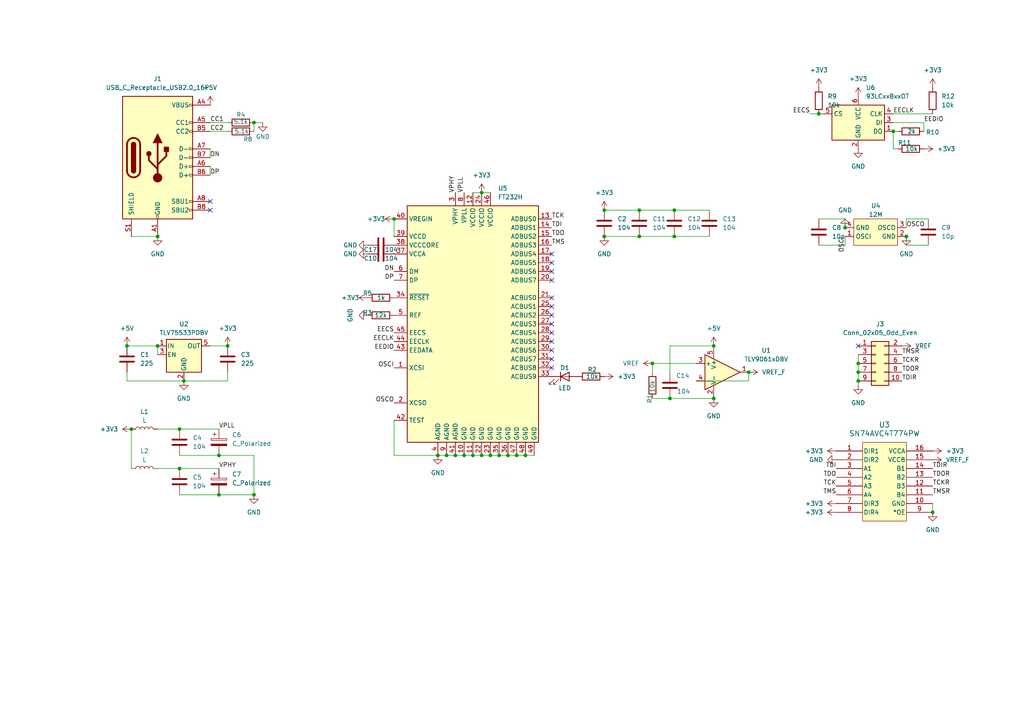
<source format=kicad_sch>
(kicad_sch (version 20231120) (generator "eeschema") (generator_version "8.0")
  (paper "A4")
  (lib_symbols
    (symbol "1st_commonly:SN74AVC4T774PW" (pin_names (offset 0.254))
      (property "Reference" "U" (at 0 18.288 0))
      (property "Value" "SN74AVC4T774PW" (at 0 15.494 0))
      (symbol "SN74AVC4T774PW_0_1"
        (pin input line (at -13.97 8.89 0) (length 7.62) (name "DIR1") (number "1"))
        (pin power_in line (at 13.97 -6.35 180) (length 7.62) (name "GND") (number "10"))
        (pin bidirectional line (at 13.97 -3.81 180) (length 7.62) (name "B4") (number "11"))
        (pin bidirectional line (at 13.97 -1.27 180) (length 7.62) (name "B3") (number "12"))
        (pin bidirectional line (at 13.97 1.27 180) (length 7.62) (name "B2") (number "13"))
        (pin bidirectional line (at 13.97 3.81 180) (length 7.62) (name "B1") (number "14"))
        (pin power_in line (at 13.97 6.35 180) (length 7.62) (name "VCCB") (number "15"))
        (pin power_in line (at 13.97 8.89 180) (length 7.62) (name "VCCA") (number "16"))
        (pin input line (at -13.97 6.35 0) (length 7.62) (name "DIR2") (number "2"))
        (pin bidirectional line (at -13.97 3.81 0) (length 7.62) (name "A1") (number "3"))
        (pin bidirectional line (at -13.97 1.27 0) (length 7.62) (name "A2") (number "4"))
        (pin bidirectional line (at -13.97 -1.27 0) (length 7.62) (name "A3") (number "5"))
        (pin bidirectional line (at -13.97 -3.81 0) (length 7.62) (name "A4") (number "6"))
        (pin input line (at -13.97 -6.35 0) (length 7.62) (name "DIR3") (number "7"))
        (pin input line (at -13.97 -8.89 0) (length 7.62) (name "DIR4") (number "8"))
        (pin input line (at 13.97 -8.89 180) (length 7.62) (name "*OE") (number "9"))
      )
      (symbol "SN74AVC4T774PW_1_1"
        (rectangle (start -6.35 11.43) (end 6.35 -11.43) (fill (type background)))
      )
    )
    (symbol "Amplifier_Operational:TLV9061xDBV" (pin_names (offset 0.127))
      (property "Reference" "U" (at -1.27 6.35 0))
      (property "Value" "TLV9061xDBV" (at -1.27 3.81 0))
      (symbol "TLV9061xDBV_0_1"
        (polyline (pts (xy -5.08 5.08) (xy 5.08 0) (xy -5.08 -5.08) (xy -5.08 5.08)) (stroke (width 0.254)) (fill (type background)))
        (pin power_in line (at -2.54 -7.62 90) (length 3.81) (name "V-") (number "2"))
        (pin power_in line (at -2.54 7.62 270) (length 3.81) (name "V+") (number "5"))
      )
      (symbol "TLV9061xDBV_1_1"
        (pin output line (at 7.62 0 180) (length 2.54) (name "~") (number "1"))
        (pin input line (at -7.62 2.54 0) (length 2.54) (name "+") (number "3"))
        (pin input line (at -7.62 -2.54 0) (length 2.54) (name "-") (number "4"))
      )
    )
    (symbol "Connector:USB_C_Receptacle_USB2.0_16P" (pin_names (offset 1.016))
      (property "Reference" "J" (at 0 22.225 0))
      (property "Value" "USB_C_Receptacle_USB2.0_16P" (at 0 19.685 0))
      (symbol "USB_C_Receptacle_USB2.0_16P_0_0"
        (rectangle (start -0.254 -17.78) (end 0.254 -16.764))
        (rectangle (start 10.16 -14.986) (end 9.144 -15.494))
        (rectangle (start 10.16 -12.446) (end 9.144 -12.954))
        (rectangle (start 10.16 -4.826) (end 9.144 -5.334))
        (rectangle (start 10.16 -2.286) (end 9.144 -2.794))
        (rectangle (start 10.16 0.254) (end 9.144 -0.254))
        (rectangle (start 10.16 2.794) (end 9.144 2.286))
        (rectangle (start 10.16 7.874) (end 9.144 7.366))
        (rectangle (start 10.16 10.414) (end 9.144 9.906))
        (rectangle (start 10.16 15.494) (end 9.144 14.986))
      )
      (symbol "USB_C_Receptacle_USB2.0_16P_0_1"
        (rectangle (start -10.16 17.78) (end 10.16 -17.78) (stroke (width 0.254)) (fill (type background)))
        (arc (start -8.89 -3.81) (mid -6.985 -5.7067) (end -5.08 -3.81) (stroke (width 0.508)))
        (arc (start -7.62 -3.81) (mid -6.985 -4.4423) (end -6.35 -3.81) (stroke (width 0.254)))
        (arc (start -7.62 -3.81) (mid -6.985 -4.4423) (end -6.35 -3.81) (stroke (width 0.254)) (fill (type outline)))
        (rectangle (start -7.62 -3.81) (end -6.35 3.81) (stroke (width 0.254)) (fill (type outline)))
        (arc (start -6.35 3.81) (mid -6.985 4.4423) (end -7.62 3.81) (stroke (width 0.254)))
        (arc (start -6.35 3.81) (mid -6.985 4.4423) (end -7.62 3.81) (stroke (width 0.254)) (fill (type outline)))
        (arc (start -5.08 3.81) (mid -6.985 5.7067) (end -8.89 3.81) (stroke (width 0.508)))
        (circle (center -2.54 1.143) (radius 0.635) (stroke (width 0.254)) (fill (type outline)))
        (circle (center 0 -5.842) (radius 1.27) (fill (type outline)))
        (polyline (pts (xy -8.89 -3.81) (xy -8.89 3.81)) (stroke (width 0.508)))
        (polyline (pts (xy -5.08 3.81) (xy -5.08 -3.81)) (stroke (width 0.508)))
        (polyline (pts (xy 0 -5.842) (xy 0 4.318)) (stroke (width 0.508)))
        (polyline (pts (xy 0 -3.302) (xy -2.54 -0.762) (xy -2.54 0.508)) (stroke (width 0.508)))
        (polyline (pts (xy 0 -2.032) (xy 2.54 0.508) (xy 2.54 1.778)) (stroke (width 0.508)))
        (polyline (pts (xy -1.27 4.318) (xy 0 6.858) (xy 1.27 4.318) (xy -1.27 4.318)) (stroke (width 0.254)) (fill (type outline)))
        (rectangle (start 1.905 1.778) (end 3.175 3.048) (stroke (width 0.254)) (fill (type outline)))
      )
      (symbol "USB_C_Receptacle_USB2.0_16P_1_1"
        (pin passive line (at 0 -22.86 90) (length 5.08) (name "GND") (number "A1"))
        (pin passive line (at 0 -22.86 90) (length 5.08) hide (name "GND") (number "A12"))
        (pin passive line (at 15.24 15.24 180) (length 5.08) (name "VBUS") (number "A4"))
        (pin bidirectional line (at 15.24 10.16 180) (length 5.08) (name "CC1") (number "A5"))
        (pin bidirectional line (at 15.24 -2.54 180) (length 5.08) (name "D+") (number "A6"))
        (pin bidirectional line (at 15.24 2.54 180) (length 5.08) (name "D-") (number "A7"))
        (pin bidirectional line (at 15.24 -12.7 180) (length 5.08) (name "SBU1") (number "A8"))
        (pin passive line (at 15.24 15.24 180) (length 5.08) hide (name "VBUS") (number "A9"))
        (pin passive line (at 0 -22.86 90) (length 5.08) hide (name "GND") (number "B1"))
        (pin passive line (at 0 -22.86 90) (length 5.08) hide (name "GND") (number "B12"))
        (pin passive line (at 15.24 15.24 180) (length 5.08) hide (name "VBUS") (number "B4"))
        (pin bidirectional line (at 15.24 7.62 180) (length 5.08) (name "CC2") (number "B5"))
        (pin bidirectional line (at 15.24 -5.08 180) (length 5.08) (name "D+") (number "B6"))
        (pin bidirectional line (at 15.24 0 180) (length 5.08) (name "D-") (number "B7"))
        (pin bidirectional line (at 15.24 -15.24 180) (length 5.08) (name "SBU2") (number "B8"))
        (pin passive line (at 15.24 15.24 180) (length 5.08) hide (name "VBUS") (number "B9"))
        (pin passive line (at -7.62 -22.86 90) (length 5.08) (name "SHIELD") (number "S1"))
      )
    )
    (symbol "Connector_Generic:Conn_02x05_Odd_Even" (pin_names (offset 1.016) hide)
      (property "Reference" "J" (at 1.27 7.62 0))
      (property "Value" "Conn_02x05_Odd_Even" (at 1.27 -7.62 0))
      (symbol "Conn_02x05_Odd_Even_1_1"
        (rectangle (start -1.27 -4.953) (end 0 -5.207) (stroke (width 0.1524)))
        (rectangle (start -1.27 -2.413) (end 0 -2.667) (stroke (width 0.1524)))
        (rectangle (start -1.27 0.127) (end 0 -0.127) (stroke (width 0.1524)))
        (rectangle (start -1.27 2.667) (end 0 2.413) (stroke (width 0.1524)))
        (rectangle (start -1.27 5.207) (end 0 4.953) (stroke (width 0.1524)))
        (rectangle (start -1.27 6.35) (end 3.81 -6.35) (stroke (width 0.254)) (fill (type background)))
        (rectangle (start 3.81 -4.953) (end 2.54 -5.207) (stroke (width 0.1524)))
        (rectangle (start 3.81 -2.413) (end 2.54 -2.667) (stroke (width 0.1524)))
        (rectangle (start 3.81 0.127) (end 2.54 -0.127) (stroke (width 0.1524)))
        (rectangle (start 3.81 2.667) (end 2.54 2.413) (stroke (width 0.1524)))
        (rectangle (start 3.81 5.207) (end 2.54 4.953) (stroke (width 0.1524)))
        (pin passive line (at -5.08 5.08 0) (length 3.81) (name "Pin_1") (number "1"))
        (pin passive line (at 7.62 -5.08 180) (length 3.81) (name "Pin_10") (number "10"))
        (pin passive line (at 7.62 5.08 180) (length 3.81) (name "Pin_2") (number "2"))
        (pin passive line (at -5.08 2.54 0) (length 3.81) (name "Pin_3") (number "3"))
        (pin passive line (at 7.62 2.54 180) (length 3.81) (name "Pin_4") (number "4"))
        (pin passive line (at -5.08 0 0) (length 3.81) (name "Pin_5") (number "5"))
        (pin passive line (at 7.62 0 180) (length 3.81) (name "Pin_6") (number "6"))
        (pin passive line (at -5.08 -2.54 0) (length 3.81) (name "Pin_7") (number "7"))
        (pin passive line (at 7.62 -2.54 180) (length 3.81) (name "Pin_8") (number "8"))
        (pin passive line (at -5.08 -5.08 0) (length 3.81) (name "Pin_9") (number "9"))
      )
    )
    (symbol "Device:C" (pin_numbers hide) (pin_names (offset 0.254))
      (property "Reference" "C" (at 0.635 2.54 0))
      (property "Value" "C" (at 0.635 -2.54 0))
      (symbol "C_0_1"
        (polyline (pts (xy -2.032 -0.762) (xy 2.032 -0.762)) (stroke (width 0.508)))
        (polyline (pts (xy -2.032 0.762) (xy 2.032 0.762)) (stroke (width 0.508)))
      )
      (symbol "C_1_1"
        (pin passive line (at 0 3.81 270) (length 2.794) (name "~") (number "1"))
        (pin passive line (at 0 -3.81 90) (length 2.794) (name "~") (number "2"))
      )
    )
    (symbol "Device:C_Polarized" (pin_numbers hide) (pin_names (offset 0.254))
      (property "Reference" "C" (at 0.635 2.54 0))
      (property "Value" "C_Polarized" (at 0.635 -2.54 0))
      (symbol "C_Polarized_0_1"
        (rectangle (start -2.286 0.508) (end 2.286 1.016))
        (polyline (pts (xy -1.778 2.286) (xy -0.762 2.286)))
        (polyline (pts (xy -1.27 2.794) (xy -1.27 1.778)))
        (rectangle (start 2.286 -0.508) (end -2.286 -1.016) (fill (type outline)))
      )
      (symbol "C_Polarized_1_1"
        (pin passive line (at 0 3.81 270) (length 2.794) (name "~") (number "1"))
        (pin passive line (at 0 -3.81 90) (length 2.794) (name "~") (number "2"))
      )
    )
    (symbol "Device:L" (pin_numbers hide) (pin_names (offset 1.016) hide)
      (property "Reference" "L" (at -1.27 0 90))
      (property "Value" "L" (at 1.905 0 90))
      (symbol "L_0_1"
        (arc (start 0 -2.54) (mid 0.6323 -1.905) (end 0 -1.27))
        (arc (start 0 -1.27) (mid 0.6323 -0.635) (end 0 0))
        (arc (start 0 0) (mid 0.6323 0.635) (end 0 1.27))
        (arc (start 0 1.27) (mid 0.6323 1.905) (end 0 2.54))
      )
      (symbol "L_1_1"
        (pin passive line (at 0 3.81 270) (length 1.27) (name "1") (number "1"))
        (pin passive line (at 0 -3.81 90) (length 1.27) (name "2") (number "2"))
      )
    )
    (symbol "Device:LED" (pin_numbers hide) (pin_names (offset 1.016) hide)
      (property "Reference" "D" (at 0 2.54 0))
      (property "Value" "LED" (at 0 -2.54 0))
      (symbol "LED_0_1"
        (polyline (pts (xy -1.27 -1.27) (xy -1.27 1.27)) (stroke (width 0.254)))
        (polyline (pts (xy -1.27 0) (xy 1.27 0)))
        (polyline (pts (xy 1.27 -1.27) (xy 1.27 1.27) (xy -1.27 0) (xy 1.27 -1.27)) (stroke (width 0.254)))
        (polyline (pts (xy -3.048 -0.762) (xy -4.572 -2.286) (xy -3.81 -2.286) (xy -4.572 -2.286) (xy -4.572 -1.524)))
        (polyline (pts (xy -1.778 -0.762) (xy -3.302 -2.286) (xy -2.54 -2.286) (xy -3.302 -2.286) (xy -3.302 -1.524)))
      )
      (symbol "LED_1_1"
        (pin passive line (at -3.81 0 0) (length 2.54) (name "K") (number "1"))
        (pin passive line (at 3.81 0 180) (length 2.54) (name "A") (number "2"))
      )
    )
    (symbol "Device:R" (pin_numbers hide) (pin_names (offset 0))
      (property "Reference" "R" (at 2.032 0 90))
      (property "Value" "R" (at 0 0 90))
      (symbol "R_0_1"
        (rectangle (start -1.016 -2.54) (end 1.016 2.54) (stroke (width 0.254)))
      )
      (symbol "R_1_1"
        (pin passive line (at 0 3.81 270) (length 1.27) (name "~") (number "1"))
        (pin passive line (at 0 -3.81 90) (length 1.27) (name "~") (number "2"))
      )
    )
    (symbol "Interface_USB:FT232H"
      (property "Reference" "U5" (at 7.2741 39.37 0))
      (property "Value" "FT232H" (at 7.2741 36.83 0))
      (symbol "FT232H_0_1"
        (rectangle (start -19.05 34.29) (end 19.05 -34.29) (stroke (width 0.254)) (fill (type background)))
      )
      (symbol "FT232H_1_1"
        (pin input line (at -22.86 -12.7 0) (length 3.81) (name "XCSI") (number "1"))
        (pin power_in line (at -2.54 -38.1 90) (length 3.81) (name "GND") (number "10"))
        (pin power_in line (at 0 -38.1 90) (length 3.81) (name "GND") (number "11"))
        (pin power_in line (at 0 38.1 270) (length 3.81) (name "VCCIO") (number "12"))
        (pin bidirectional line (at 22.86 30.48 180) (length 3.81) (name "ADBUS0") (number "13"))
        (pin bidirectional line (at 22.86 27.94 180) (length 3.81) (name "ADBUS1") (number "14"))
        (pin bidirectional line (at 22.86 25.4 180) (length 3.81) (name "ADBUS2") (number "15"))
        (pin bidirectional line (at 22.86 22.86 180) (length 3.81) (name "ADBUS3") (number "16"))
        (pin bidirectional line (at 22.86 20.32 180) (length 3.81) (name "ADBUS4") (number "17"))
        (pin bidirectional line (at 22.86 17.78 180) (length 3.81) (name "ADBUS5") (number "18"))
        (pin bidirectional line (at 22.86 15.24 180) (length 3.81) (name "ADBUS6") (number "19"))
        (pin output line (at -22.86 -22.86 0) (length 3.81) (name "XCSO") (number "2"))
        (pin bidirectional line (at 22.86 12.7 180) (length 3.81) (name "ADBUS7") (number "20"))
        (pin bidirectional line (at 22.86 7.62 180) (length 3.81) (name "ACBUS0") (number "21"))
        (pin power_in line (at 2.54 -38.1 90) (length 3.81) (name "GND") (number "22"))
        (pin power_in line (at 5.08 -38.1 90) (length 3.81) (name "GND") (number "23"))
        (pin power_in line (at 2.54 38.1 270) (length 3.81) (name "VCCIO") (number "24"))
        (pin bidirectional line (at 22.86 5.08 180) (length 3.81) (name "ACBUS1") (number "25"))
        (pin bidirectional line (at 22.86 2.54 180) (length 3.81) (name "ACBUS2") (number "26"))
        (pin bidirectional line (at 22.86 0 180) (length 3.81) (name "ACBUS3") (number "27"))
        (pin bidirectional line (at 22.86 -2.54 180) (length 3.81) (name "ACBUS4") (number "28"))
        (pin bidirectional line (at 22.86 -5.08 180) (length 3.81) (name "ACBUS5") (number "29"))
        (pin power_in line (at -5.08 38.1 270) (length 3.81) (name "VPHY") (number "3"))
        (pin bidirectional line (at 22.86 -7.62 180) (length 3.81) (name "ACBUS6") (number "30"))
        (pin bidirectional line (at 22.86 -10.16 180) (length 3.81) (name "ACBUS7") (number "31"))
        (pin bidirectional line (at 22.86 -12.7 180) (length 3.81) (name "ACBUS8") (number "32"))
        (pin bidirectional line (at 22.86 -15.24 180) (length 3.81) (name "ACBUS9") (number "33"))
        (pin input line (at -22.86 7.62 0) (length 3.81) (name "~{RESET}") (number "34"))
        (pin power_in line (at 7.62 -38.1 90) (length 3.81) (name "GND") (number "35"))
        (pin power_in line (at 10.16 -38.1 90) (length 3.81) (name "GND") (number "36"))
        (pin power_out line (at -22.86 20.32 0) (length 3.81) (name "VCCA") (number "37"))
        (pin power_out line (at -22.86 22.86 0) (length 3.81) (name "VCCCORE") (number "38"))
        (pin power_in line (at -22.86 25.4 0) (length 3.81) (name "VCCD") (number "39"))
        (pin power_in line (at -10.16 -38.1 90) (length 3.81) (name "AGND") (number "4"))
        (pin power_in line (at -22.86 30.48 0) (length 3.81) (name "VREGIN") (number "40"))
        (pin power_in line (at -5.08 -38.1 90) (length 3.81) (name "AGND") (number "41"))
        (pin input line (at -22.86 -27.94 0) (length 3.81) (name "TEST") (number "42"))
        (pin bidirectional line (at -22.86 -7.62 0) (length 3.81) (name "EEDATA") (number "43"))
        (pin input line (at -22.86 -5.08 0) (length 3.81) (name "EECLK") (number "44"))
        (pin input line (at -22.86 -2.54 0) (length 3.81) (name "EECS") (number "45"))
        (pin power_in line (at 5.08 38.1 270) (length 3.81) (name "VCCIO") (number "46"))
        (pin power_in line (at 12.7 -38.1 90) (length 3.81) (name "GND") (number "47"))
        (pin power_in line (at 15.24 -38.1 90) (length 3.81) (name "GND") (number "48"))
        (pin power_in line (at 17.78 -38.1 90) (length 3.81) (name "GND") (number "49"))
        (pin input line (at -22.86 2.54 0) (length 3.81) (name "REF") (number "5"))
        (pin bidirectional line (at -22.86 15.24 0) (length 3.81) (name "DM") (number "6"))
        (pin bidirectional line (at -22.86 12.7 0) (length 3.81) (name "DP") (number "7"))
        (pin power_in line (at -2.54 38.1 270) (length 3.81) (name "VPLL") (number "8"))
        (pin power_in line (at -7.62 -38.1 90) (length 3.81) (name "AGND") (number "9"))
      )
    )
    (symbol "Memory_EEPROM:93LCxxBxxOT"
      (property "Reference" "U" (at -6.35 6.35 0))
      (property "Value" "93LCxxBxxOT" (at 7.62 -6.35 0))
      (symbol "93LCxxBxxOT_0_1"
        (rectangle (start -7.62 5.08) (end 7.62 -5.08) (stroke (width 0.254)) (fill (type background)))
      )
      (symbol "93LCxxBxxOT_1_1"
        (pin tri_state line (at 10.16 -2.54 180) (length 2.54) (name "DO") (number "1"))
        (pin power_in line (at 0 -7.62 90) (length 2.54) (name "GND") (number "2"))
        (pin input line (at 10.16 0 180) (length 2.54) (name "DI") (number "3"))
        (pin input line (at 10.16 2.54 180) (length 2.54) (name "CLK") (number "4"))
        (pin input line (at -10.16 2.54 0) (length 2.54) (name "CS") (number "5"))
        (pin power_in line (at 0 7.62 270) (length 2.54) (name "VCC") (number "6"))
      )
    )
    (symbol "Regulator_Linear:TLV75533PDBV" (pin_names (offset 0.254))
      (property "Reference" "U" (at -3.81 5.715 0))
      (property "Value" "TLV75533PDBV" (at 0 5.715 0))
      (symbol "TLV75533PDBV_0_1"
        (rectangle (start -5.08 4.445) (end 5.08 -5.08) (stroke (width 0.254)) (fill (type background)))
      )
      (symbol "TLV75533PDBV_1_1"
        (pin power_in line (at -7.62 2.54 0) (length 2.54) (name "IN") (number "1"))
        (pin power_in line (at 0 -7.62 90) (length 2.54) (name "GND") (number "2"))
        (pin input line (at -7.62 0 0) (length 2.54) (name "EN") (number "3"))
        (pin no_connect line (at 5.08 0 180) (length 2.54) hide (name "NC") (number "4"))
        (pin power_out line (at 7.62 2.54 180) (length 2.54) (name "OUT") (number "5"))
      )
    )
    (symbol "power:+3V3" (power) (pin_numbers hide) (pin_names (offset 0) hide)
      (property "Value" "+3V3" (at 0 3.556 0))
      (symbol "+3V3_0_1"
        (polyline (pts (xy -0.762 1.27) (xy 0 2.54)))
        (polyline (pts (xy 0 0) (xy 0 2.54)))
        (polyline (pts (xy 0 2.54) (xy 0.762 1.27)))
      )
      (symbol "+3V3_1_1"
        (pin power_in line (at 0 0 90) (length 0) (name "~") (number "1"))
      )
    )
    (symbol "power:+5V" (power) (pin_numbers hide) (pin_names (offset 0) hide)
      (property "Value" "+5V" (at 0 3.556 0))
      (symbol "+5V_0_1"
        (polyline (pts (xy -0.762 1.27) (xy 0 2.54)))
        (polyline (pts (xy 0 0) (xy 0 2.54)))
        (polyline (pts (xy 0 2.54) (xy 0.762 1.27)))
      )
      (symbol "+5V_1_1"
        (pin power_in line (at 0 0 90) (length 0) (name "~") (number "1"))
      )
    )
    (symbol "power:GND" (power) (pin_numbers hide) (pin_names (offset 0) hide)
      (property "Value" "GND" (at 0 -3.81 0))
      (symbol "GND_0_1"
        (polyline (pts (xy 0 0) (xy 0 -1.27) (xy 1.27 -1.27) (xy 0 -2.54) (xy -1.27 -1.27) (xy 0 -1.27)))
      )
      (symbol "GND_1_1"
        (pin power_in line (at 0 0 270) (length 0) (name "~") (number "1"))
      )
    )
    (symbol "power:VCC" (power) (pin_numbers hide) (pin_names (offset 0) hide)
      (property "Value" "VCC" (at 0 3.556 0))
      (symbol "VCC_0_1"
        (polyline (pts (xy -0.762 1.27) (xy 0 2.54)))
        (polyline (pts (xy 0 0) (xy 0 2.54)))
        (polyline (pts (xy 0 2.54) (xy 0.762 1.27)))
      )
      (symbol "VCC_1_1"
        (pin power_in line (at 0 0 90) (length 0) (name "~") (number "1"))
      )
    )
    (symbol "self:OSC"
      (property "Reference" "U" (at 0 5.334 0))
      (symbol "OSC_1_1"
        (polyline (pts (xy -6.35 3.81) (xy -6.35 -3.81) (xy 6.35 -3.81) (xy 6.35 3.81) (xy -6.35 3.81)) (fill (type background)))
        (pin input line (at -8.89 -1.27 0) (length 2.54) (name "OSCI") (number "1"))
        (pin input line (at 8.89 -1.27 180) (length 2.54) (name "GND") (number "2"))
        (pin input line (at 8.89 1.27 180) (length 2.54) (name "OSCO") (number "3"))
        (pin input line (at -8.89 1.27 0) (length 2.54) (name "GND") (number "4"))
      )
    )
  )
  (junction (at 185.42 60.96))
  (junction (at 73.66 35.56))
  (junction (at 52.07 124.46))
  (junction (at 139.7 132.08))
  (junction (at 144.78 132.08))
  (junction (at 36.83 100.33))
  (junction (at 38.1 124.46))
  (junction (at 248.92 105.41))
  (junction (at 134.62 132.08))
  (junction (at 237.49 33.02))
  (junction (at 147.32 132.08))
  (junction (at 175.26 60.96))
  (junction (at 259.08 38.1))
  (junction (at 152.4 132.08))
  (junction (at 139.7 55.88))
  (junction (at 63.5 132.08))
  (junction (at 45.72 68.58))
  (junction (at 207.01 115.57))
  (junction (at 142.24 132.08))
  (junction (at 185.42 68.58))
  (junction (at 52.07 135.89))
  (junction (at 189.23 105.41))
  (junction (at 248.92 107.95))
  (junction (at 262.89 68.58))
  (junction (at 248.92 110.49))
  (junction (at 175.26 68.58))
  (junction (at 137.16 132.08))
  (junction (at 245.11 66.04))
  (junction (at 66.04 100.33))
  (junction (at 217.17 107.95))
  (junction (at 207.01 100.33))
  (junction (at 132.08 132.08))
  (junction (at 270.51 148.59))
  (junction (at 45.72 100.33))
  (junction (at 114.3 63.5))
  (junction (at 53.34 110.49))
  (junction (at 195.58 60.96))
  (junction (at 73.66 143.51))
  (junction (at 63.5 143.51))
  (junction (at 195.58 68.58))
  (junction (at 149.86 132.08))
  (junction (at 194.31 115.57))
  (junction (at 129.54 132.08))
  (junction (at 127 132.08))
  (no_connect (at 60.96 58.42))
  (no_connect (at 160.02 104.14))
  (no_connect (at 160.02 76.2))
  (no_connect (at 248.92 100.33))
  (no_connect (at 160.02 81.28))
  (no_connect (at 160.02 73.66))
  (no_connect (at 160.02 106.68))
  (no_connect (at 160.02 91.44))
  (no_connect (at 160.02 88.9))
  (no_connect (at 160.02 78.74))
  (no_connect (at 160.02 96.52))
  (no_connect (at 160.02 101.6))
  (no_connect (at 160.02 93.98))
  (no_connect (at 60.96 60.96))
  (no_connect (at 160.02 86.36))
  (no_connect (at 160.02 99.06))
  (wire (pts (xy 63.5 132.08) (xy 73.66 132.08)))
  (wire (pts (xy 127 132.08) (xy 129.54 132.08)))
  (wire (pts (xy 73.66 35.56) (xy 73.66 38.1)))
  (wire (pts (xy 260.35 38.1) (xy 259.08 38.1)))
  (wire (pts (xy 73.66 132.08) (xy 73.66 143.51)))
  (wire (pts (xy 132.08 132.08) (xy 134.62 132.08)))
  (wire (pts (xy 38.1 124.46) (xy 38.1 135.89)))
  (wire (pts (xy 237.49 33.02) (xy 238.76 33.02)))
  (wire (pts (xy 270.51 146.05) (xy 270.51 148.59)))
  (wire (pts (xy 248.92 107.95) (xy 248.92 110.49)))
  (wire (pts (xy 201.93 110.49) (xy 217.17 110.49)))
  (wire (pts (xy 152.4 132.08) (xy 154.94 132.08)))
  (wire (pts (xy 60.96 38.1) (xy 66.04 38.1)))
  (wire (pts (xy 248.92 102.87) (xy 248.92 105.41)))
  (wire (pts (xy 248.92 105.41) (xy 248.92 107.95)))
  (wire (pts (xy 66.04 107.95) (xy 66.04 110.49)))
  (wire (pts (xy 245.11 63.5) (xy 245.11 66.04)))
  (wire (pts (xy 114.3 121.92) (xy 114.3 132.08)))
  (wire (pts (xy 267.97 35.56) (xy 267.97 38.1)))
  (wire (pts (xy 139.7 132.08) (xy 142.24 132.08)))
  (wire (pts (xy 129.54 132.08) (xy 132.08 132.08)))
  (wire (pts (xy 195.58 60.96) (xy 205.74 60.96)))
  (wire (pts (xy 63.5 143.51) (xy 73.66 143.51)))
  (wire (pts (xy 144.78 132.08) (xy 147.32 132.08)))
  (wire (pts (xy 262.89 71.12) (xy 262.89 68.58)))
  (wire (pts (xy 259.08 35.56) (xy 267.97 35.56)))
  (wire (pts (xy 189.23 107.95) (xy 189.23 105.41)))
  (wire (pts (xy 52.07 124.46) (xy 63.5 124.46)))
  (wire (pts (xy 194.31 100.33) (xy 207.01 100.33)))
  (wire (pts (xy 36.83 110.49) (xy 53.34 110.49)))
  (wire (pts (xy 60.96 45.72) (xy 60.96 43.18)))
  (wire (pts (xy 139.7 55.88) (xy 142.24 55.88)))
  (wire (pts (xy 45.72 124.46) (xy 52.07 124.46)))
  (wire (pts (xy 52.07 143.51) (xy 63.5 143.51)))
  (wire (pts (xy 194.31 115.57) (xy 207.01 115.57)))
  (wire (pts (xy 52.07 132.08) (xy 63.5 132.08)))
  (wire (pts (xy 248.92 110.49) (xy 248.92 111.76)))
  (wire (pts (xy 147.32 132.08) (xy 149.86 132.08)))
  (wire (pts (xy 185.42 60.96) (xy 195.58 60.96)))
  (wire (pts (xy 175.26 68.58) (xy 185.42 68.58)))
  (wire (pts (xy 269.24 63.5) (xy 262.89 63.5)))
  (wire (pts (xy 134.62 132.08) (xy 137.16 132.08)))
  (wire (pts (xy 66.04 110.49) (xy 53.34 110.49)))
  (wire (pts (xy 195.58 68.58) (xy 205.74 68.58)))
  (wire (pts (xy 45.72 100.33) (xy 45.72 102.87)))
  (wire (pts (xy 149.86 132.08) (xy 152.4 132.08)))
  (wire (pts (xy 237.49 71.12) (xy 245.11 71.12)))
  (wire (pts (xy 60.96 48.26) (xy 60.96 50.8)))
  (wire (pts (xy 114.3 63.5) (xy 114.3 68.58)))
  (wire (pts (xy 189.23 115.57) (xy 194.31 115.57)))
  (wire (pts (xy 142.24 132.08) (xy 144.78 132.08)))
  (wire (pts (xy 36.83 107.95) (xy 36.83 110.49)))
  (wire (pts (xy 137.16 132.08) (xy 139.7 132.08)))
  (wire (pts (xy 52.07 135.89) (xy 63.5 135.89)))
  (wire (pts (xy 73.66 35.56) (xy 76.2 35.56)))
  (wire (pts (xy 185.42 60.96) (xy 175.26 60.96)))
  (wire (pts (xy 38.1 68.58) (xy 45.72 68.58)))
  (wire (pts (xy 45.72 135.89) (xy 52.07 135.89)))
  (wire (pts (xy 114.3 132.08) (xy 127 132.08)))
  (wire (pts (xy 262.89 63.5) (xy 262.89 66.04)))
  (wire (pts (xy 137.16 55.88) (xy 139.7 55.88)))
  (wire (pts (xy 245.11 71.12) (xy 245.11 68.58)))
  (wire (pts (xy 269.24 71.12) (xy 262.89 71.12)))
  (wire (pts (xy 237.49 63.5) (xy 245.11 63.5)))
  (wire (pts (xy 194.31 107.95) (xy 194.31 100.33)))
  (wire (pts (xy 217.17 110.49) (xy 217.17 107.95)))
  (wire (pts (xy 189.23 105.41) (xy 201.93 105.41)))
  (wire (pts (xy 259.08 43.18) (xy 260.35 43.18)))
  (wire (pts (xy 259.08 38.1) (xy 259.08 43.18)))
  (wire (pts (xy 60.96 35.56) (xy 66.04 35.56)))
  (wire (pts (xy 185.42 68.58) (xy 195.58 68.58)))
  (wire (pts (xy 36.83 100.33) (xy 45.72 100.33)))
  (wire (pts (xy 234.95 33.02) (xy 237.49 33.02)))
  (wire (pts (xy 259.08 33.02) (xy 270.51 33.02)))
  (wire (pts (xy 60.96 100.33) (xy 66.04 100.33)))
  (label "TDIR" (at 261.62 110.49 0))
  (label "VPLL" (at 63.5 124.46 0))
  (label "DP" (at 60.96 50.8 0))
  (label "EECLK" (at 114.3 99.06 180))
  (label "EECS" (at 114.3 96.52 180))
  (label "TCK" (at 160.02 63.5 0))
  (label "VPHY" (at 63.5 135.89 0))
  (label "TDO" (at 242.57 138.43 180))
  (label "OSCO" (at 114.3 116.84 180))
  (label "TMSR" (at 270.51 143.51 0))
  (label "TDO" (at 160.02 68.58 0))
  (label "TDI" (at 242.57 135.89 180))
  (label "OSCI" (at 245.11 68.58 270))
  (label "TDOR" (at 270.51 138.43 0))
  (label "TDIR" (at 270.51 135.89 0))
  (label "TCKR" (at 270.51 140.97 0))
  (label "VPLL" (at 134.62 55.88 90))
  (label "TCKR" (at 261.62 105.41 0))
  (label "CC1" (at 60.96 35.56 0))
  (label "TMSR" (at 261.62 102.87 0))
  (label "EEDIO" (at 267.97 35.56 0))
  (label "OSCO" (at 262.89 66.04 0))
  (label "DP" (at 114.3 81.28 180))
  (label "TDI" (at 160.02 66.04 0))
  (label "DN" (at 114.3 78.74 180))
  (label "EECS" (at 234.95 33.02 180))
  (label "TCK" (at 242.57 140.97 180))
  (label "EECLK" (at 259.08 33.02 0))
  (label "DN" (at 60.96 45.72 0))
  (label "TMS" (at 160.02 71.12 0))
  (label "TDOR" (at 261.62 107.95 0))
  (label "CC2" (at 60.96 38.1 0))
  (label "EEDIO" (at 114.3 101.6 180))
  (label "TMS" (at 242.57 143.51 180))
  (label "OSCI" (at 114.3 106.68 180))
  (label "VPHY" (at 132.08 55.88 90))
  (symbol (lib_id "Device:L") (at 41.91 124.46 90) (unit 1)
    (property "Reference" "L1" (at 41.91 119.38 90))
    (property "Value" "L" (at 41.91 121.92 90))
    (property "Footprint" "Inductor_SMD:L_0603_1608Metric" (effects (hide yes)))
    (property "Description" "Inductor" (effects (hide yes)))
  )
  (symbol (lib_id "power:GND") (at 270.51 148.59 0) (unit 1)
    (property "Reference" "#PWR039" (effects (hide yes)))
    (property "Value" "GND" (at 270.51 153.67 0))
    (property "Description" "Power symbol creates a global label with name \"GND\" , ground" (effects (hide yes)))
  )
  (symbol (lib_id "Device:L") (at 41.91 135.89 90) (unit 1)
    (property "Reference" "L2" (at 41.91 130.81 90))
    (property "Value" "L" (at 41.91 133.35 90))
    (property "Footprint" "Inductor_SMD:L_0603_1608Metric" (effects (hide yes)))
    (property "Description" "Inductor" (effects (hide yes)))
  )
  (symbol (lib_id "Device:C_Polarized") (at 63.5 139.7 0) (unit 1)
    (property "Reference" "C7" (at 67.31 137.5409 0) (effects (justify left)))
    (property "Value" "C_Polarized" (at 67.31 140.0809 0) (effects (justify left)))
    (property "Footprint" "Capacitor_SMD:C_0603_1608Metric" (effects (hide yes)))
    (property "Description" "Polarized capacitor" (effects (hide yes)))
  )
  (symbol (lib_id "Device:C") (at 269.24 67.31 180) (unit 1)
    (property "Reference" "C9" (at 273.05 66.0399 0) (effects (justify right)))
    (property "Value" "10p" (at 273.05 68.5799 0) (effects (justify right)))
    (property "Footprint" "Capacitor_SMD:C_0402_1005Metric" (effects (hide yes)))
    (property "Description" "Unpolarized capacitor" (effects (hide yes)))
  )
  (symbol (lib_id "power:GND") (at 45.72 68.58 0) (unit 1)
    (property "Reference" "#PWR03" (effects (hide yes)))
    (property "Value" "GND" (at 45.72 73.66 0))
    (property "Description" "Power symbol creates a global label with name \"GND\" , ground" (effects (hide yes)))
  )
  (symbol (lib_id "Regulator_Linear:TLV75533PDBV") (at 53.34 102.87 0) (unit 1)
    (property "Reference" "U2" (at 53.34 93.98 0))
    (property "Value" "TLV75533PDBV" (at 53.34 96.52 0))
    (property "Footprint" "Package_TO_SOT_SMD:SOT-23-5" (effects (hide yes)))
    (property "Datasheet" "http://www.ti.com/lit/ds/symlink/tlv755p.pdf" (effects (hide yes)))
    (property "Description" "500mA Low Dropout Voltage Regulator, Fixed Output 3.3V, SOT-23-5" (effects (hide yes)))
  )
  (symbol (lib_id "power:+3V3") (at 242.57 146.05 90) (unit 1)
    (property "Reference" "#PWR036" (effects (hide yes)))
    (property "Value" "+3V3" (at 238.76 146.0499 90) (effects (justify left)))
    (property "Description" "Power symbol creates a global label with name \"+3V3\"" (effects (hide yes)))
  )
  (symbol (lib_id "Device:R") (at 110.49 91.44 270) (unit 1)
    (property "Reference" "R3" (at 107.95 90.678 90) (effects (justify right)))
    (property "Value" "12k" (at 112.268 91.44 90) (effects (justify right)))
    (property "Footprint" "Resistor_SMD:R_0402_1005Metric" (effects (hide yes)))
    (property "Description" "Resistor" (effects (hide yes)))
  )
  (symbol (lib_id "Device:R") (at 171.45 109.22 90) (unit 1)
    (property "Reference" "R2" (at 170.434 107.188 90) (effects (justify right)))
    (property "Value" "10k" (at 169.926 109.22 90) (effects (justify right)))
    (property "Footprint" "Resistor_SMD:R_0402_1005Metric" (effects (hide yes)))
    (property "Description" "Resistor" (effects (hide yes)))
  )
  (symbol (lib_id "power:VCC") (at 270.51 133.35 270) (unit 1)
    (property "Reference" "#PWR026" (effects (hide yes)))
    (property "Value" "VREF_F" (at 274.32 133.3499 90) (effects (justify left)))
    (property "Description" "Power symbol creates a global label with name \"VCC\"" (effects (hide yes)))
  )
  (symbol (lib_id "Device:C_Polarized") (at 63.5 128.27 0) (unit 1)
    (property "Reference" "C6" (at 67.31 126.1109 0) (effects (justify left)))
    (property "Value" "C_Polarized" (at 67.31 128.6509 0) (effects (justify left)))
    (property "Footprint" "Capacitor_SMD:C_0603_1608Metric" (effects (hide yes)))
    (property "Description" "Polarized capacitor" (effects (hide yes)))
  )
  (symbol (lib_id "power:+3V3") (at 242.57 148.59 90) (unit 1)
    (property "Reference" "#PWR037" (effects (hide yes)))
    (property "Value" "+3V3" (at 238.76 148.5899 90) (effects (justify left)))
    (property "Description" "Power symbol creates a global label with name \"+3V3\"" (effects (hide yes)))
  )
  (symbol (lib_id "power:+3V3") (at 38.1 124.46 90) (unit 1)
    (property "Reference" "#PWR07" (effects (hide yes)))
    (property "Value" "+3V3" (at 34.29 124.4599 90) (effects (justify left)))
    (property "Description" "Power symbol creates a global label with name \"+3V3\"" (effects (hide yes)))
  )
  (symbol (lib_id "Device:C") (at 52.07 139.7 0) (unit 1)
    (property "Reference" "C5" (at 55.88 138.4299 0) (effects (justify left)))
    (property "Value" "104" (at 55.88 140.9699 0) (effects (justify left)))
    (property "Footprint" "Capacitor_SMD:C_0402_1005Metric" (effects (hide yes)))
    (property "Description" "Unpolarized capacitor" (effects (hide yes)))
  )
  (symbol (lib_id "power:GND") (at 245.11 66.04 180) (unit 1)
    (property "Reference" "#PWR023" (effects (hide yes)))
    (property "Value" "GND" (at 245.11 60.96 0))
    (property "Description" "Power symbol creates a global label with name \"GND\" , ground" (effects (hide yes)))
  )
  (symbol (lib_id "power:+3V3") (at 106.68 86.36 90) (unit 1)
    (property "Reference" "#PWR040" (effects (hide yes)))
    (property "Value" "+3V3" (at 101.6 86.36 90))
    (property "Description" "Power symbol creates a global label with name \"+3V3\"" (effects (hide yes)))
  )
  (symbol (lib_id "power:+3V3") (at 175.26 60.96 0) (unit 1)
    (property "Reference" "#PWR028" (effects (hide yes)))
    (property "Value" "+3V3" (at 175.26 55.88 0))
    (property "Description" "Power symbol creates a global label with name \"+3V3\"" (effects (hide yes)))
  )
  (symbol (lib_id "Device:C") (at 110.49 73.66 90) (unit 1)
    (property "Reference" "C10" (at 107.442 74.93 90))
    (property "Value" "104" (at 113.538 74.93 90))
    (property "Footprint" "Capacitor_SMD:C_0402_1005Metric" (effects (hide yes)))
    (property "Description" "Unpolarized capacitor" (effects (hide yes)))
  )
  (symbol (lib_id "power:VCC") (at 261.62 100.33 270) (unit 1)
    (property "Reference" "#PWR025" (effects (hide yes)))
    (property "Value" "VREF" (at 265.43 100.3299 90) (effects (justify left)))
    (property "Description" "Power symbol creates a global label with name \"VCC\"" (effects (hide yes)))
  )
  (symbol (lib_id "power:GND") (at 53.34 110.49 0) (unit 1)
    (property "Reference" "#PWR06" (effects (hide yes)))
    (property "Value" "GND" (at 53.34 115.57 0))
    (property "Description" "Power symbol creates a global label with name \"GND\" , ground" (effects (hide yes)))
  )
  (symbol (lib_id "Amplifier_Operational:TLV9061xDBV") (at 209.55 107.95 0) (unit 1)
    (property "Reference" "U1" (at 222.25 101.6314 0))
    (property "Value" "TLV9061xDBV" (at 222.25 104.1714 0))
    (property "Footprint" "Package_TO_SOT_SMD:SOT-23-5" (effects (hide yes)))
    (property "Datasheet" "https://www.ti.com/lit/ds/symlink/tlv9061.pdf" (effects (hide yes)))
    (property "Description" "10-MHz, RRIO, CMOS Operational Amplifiers for Cost-Sensitive Systems, SOT-23-5" (effects (hide yes)))
  )
  (symbol (lib_id "Device:R") (at 69.85 35.56 90) (unit 1)
    (property "Reference" "R4" (at 69.85 33.274 90))
    (property "Value" "5.1k" (at 69.85 35.306 90))
    (property "Footprint" "Resistor_SMD:R_0402_1005Metric" (effects (hide yes)))
    (property "Description" "Resistor" (effects (hide yes)))
  )
  (symbol (lib_id "Device:C") (at 195.58 64.77 0) (unit 1)
    (property "Reference" "C12" (at 199.39 63.4999 0) (effects (justify left)))
    (property "Value" "104" (at 199.39 66.0399 0) (effects (justify left)))
    (property "Footprint" "Capacitor_SMD:C_0402_1005Metric" (effects (hide yes)))
    (property "Description" "Unpolarized capacitor" (effects (hide yes)))
  )
  (symbol (lib_id "power:GND") (at 73.66 143.51 0) (unit 1)
    (property "Reference" "#PWR05" (effects (hide yes)))
    (property "Value" "GND" (at 73.66 148.59 0))
    (property "Description" "Power symbol creates a global label with name \"GND\" , ground" (effects (hide yes)))
  )
  (symbol (lib_id "power:+3V3") (at 139.7 55.88 0) (unit 1)
    (property "Reference" "#PWR041" (effects (hide yes)))
    (property "Value" "+3V3" (at 139.7 50.8 0))
    (property "Description" "Power symbol creates a global label with name \"+3V3\"" (effects (hide yes)))
  )
  (symbol (lib_id "Device:C") (at 110.49 71.12 90) (unit 1)
    (property "Reference" "C17" (at 107.442 72.39 90))
    (property "Value" "104" (at 113.538 72.39 90))
    (property "Footprint" "Capacitor_SMD:C_0402_1005Metric" (effects (hide yes)))
    (property "Description" "Unpolarized capacitor" (effects (hide yes)))
  )
  (symbol (lib_id "Device:C") (at 52.07 128.27 0) (unit 1)
    (property "Reference" "C4" (at 55.88 126.9999 0) (effects (justify left)))
    (property "Value" "104" (at 55.88 129.5399 0) (effects (justify left)))
    (property "Footprint" "Capacitor_SMD:C_0402_1005Metric" (effects (hide yes)))
    (property "Description" "Unpolarized capacitor" (effects (hide yes)))
  )
  (symbol (lib_id "power:GND") (at 242.57 133.35 270) (unit 1)
    (property "Reference" "#PWR027" (effects (hide yes)))
    (property "Value" "GND" (at 238.76 133.3499 90) (effects (justify right)))
    (property "Description" "Power symbol creates a global label with name \"GND\" , ground" (effects (hide yes)))
  )
  (symbol (lib_id "Device:R") (at 110.49 86.36 90) (unit 1)
    (property "Reference" "R5" (at 107.95 85.09 90) (effects (justify left)))
    (property "Value" "1k" (at 111.76 86.36 90) (effects (justify left)))
    (property "Footprint" "Resistor_SMD:R_0402_1005Metric" (effects (hide yes)))
    (property "Description" "Resistor" (effects (hide yes)))
  )
  (symbol (lib_id "power:GND") (at 248.92 43.18 0) (unit 1)
    (property "Reference" "#PWR015" (effects (hide yes)))
    (property "Value" "GND" (at 248.92 48.26 0))
    (property "Description" "Power symbol creates a global label with name \"GND\" , ground" (effects (hide yes)))
  )
  (symbol (lib_id "Device:R") (at 270.51 29.21 180) (unit 1)
    (property "Reference" "R12" (at 273.05 27.9399 0) (effects (justify right)))
    (property "Value" "10k" (at 273.05 30.4799 0) (effects (justify right)))
    (property "Footprint" "Resistor_SMD:R_0402_1005Metric" (effects (hide yes)))
    (property "Description" "Resistor" (effects (hide yes)))
  )
  (symbol (lib_id "power:GND") (at 127 132.08 0) (unit 1)
    (property "Reference" "#PWR042" (effects (hide yes)))
    (property "Value" "GND" (at 127 137.16 0))
    (property "Description" "Power symbol creates a global label with name \"GND\" , ground" (effects (hide yes)))
  )
  (symbol (lib_id "Device:R") (at 189.23 111.76 0) (unit 1)
    (property "Reference" "R1" (at 188.468 114.3 90) (effects (justify right)))
    (property "Value" "10k" (at 189.23 110.236 90) (effects (justify right)))
    (property "Footprint" "Resistor_SMD:R_0402_1005Metric" (effects (hide yes)))
    (property "Description" "Resistor" (effects (hide yes)))
  )
  (symbol (lib_id "power:+3V3") (at 242.57 130.81 90) (unit 1)
    (property "Reference" "#PWR035" (effects (hide yes)))
    (property "Value" "+3V3" (at 238.76 130.8099 90) (effects (justify left)))
    (property "Description" "Power symbol creates a global label with name \"+3V3\"" (effects (hide yes)))
  )
  (symbol (lib_id "Memory_EEPROM:93LCxxBxxOT") (at 248.92 35.56 0) (unit 1)
    (property "Reference" "U6" (at 251.1141 25.4 0) (effects (justify left)))
    (property "Value" "93LCxxBxxOT" (at 251.1141 27.94 0) (effects (justify left)))
    (property "Footprint" "Package_TO_SOT_SMD:SOT-23-6" (effects (hide yes)))
    (property "Datasheet" "http://ww1.microchip.com/downloads/en/DeviceDoc/20001749K.pdf" (effects (hide yes)))
    (property "Description" "Serial EEPROM, 93 Series, 2.5V, SOT-23-6" (effects (hide yes)))
  )
  (symbol (lib_id "Device:C") (at 66.04 104.14 0) (unit 1)
    (property "Reference" "C3" (at 69.85 102.8699 0) (effects (justify left)))
    (property "Value" "225" (at 69.85 105.4099 0) (effects (justify left)))
    (property "Footprint" "Capacitor_SMD:C_0402_1005Metric" (effects (hide yes)))
    (property "Description" "Unpolarized capacitor" (effects (hide yes)))
  )
  (symbol (lib_id "Device:C") (at 194.31 111.76 0) (unit 1)
    (property "Reference" "C14" (at 196.088 108.966 0) (effects (justify left)))
    (property "Value" "104" (at 196.342 113.538 0) (effects (justify left)))
    (property "Footprint" "Capacitor_SMD:C_0402_1005Metric" (effects (hide yes)))
    (property "Description" "Unpolarized capacitor" (effects (hide yes)))
  )
  (symbol (lib_id "power:+3V3") (at 114.3 63.5 90) (unit 1)
    (property "Reference" "#PWR043" (effects (hide yes)))
    (property "Value" "+3V3" (at 111.76 63.4999 90) (effects (justify left)))
    (property "Description" "Power symbol creates a global label with name \"+3V3\"" (effects (hide yes)))
  )
  (symbol (lib_id "power:GND") (at 106.68 91.44 270) (unit 1)
    (property "Reference" "#PWR01" (effects (hide yes)))
    (property "Value" "GND" (at 101.6 91.44 0))
    (property "Description" "Power symbol creates a global label with name \"GND\" , ground" (effects (hide yes)))
  )
  (symbol (lib_id "power:+3V3") (at 248.92 27.94 0) (unit 1)
    (property "Reference" "#PWR014" (effects (hide yes)))
    (property "Value" "+3V3" (at 248.92 22.86 0))
    (property "Description" "Power symbol creates a global label with name \"+3V3\"" (effects (hide yes)))
  )
  (symbol (lib_id "power:GND") (at 207.01 115.57 0) (unit 1)
    (property "Reference" "#PWR016" (effects (hide yes)))
    (property "Value" "GND" (at 207.01 120.65 0))
    (property "Description" "Power symbol creates a global label with name \"GND\" , ground" (effects (hide yes)))
  )
  (symbol (lib_id "power:+3V3") (at 66.04 100.33 0) (unit 1)
    (property "Reference" "#PWR09" (effects (hide yes)))
    (property "Value" "+3V3" (at 66.04 95.25 0))
    (property "Description" "Power symbol creates a global label with name \"+3V3\"" (effects (hide yes)))
  )
  (symbol (lib_id "power:GND") (at 106.68 73.66 270) (unit 1)
    (property "Reference" "#PWR044" (effects (hide yes)))
    (property "Value" "GND" (at 101.6 73.66 90))
    (property "Description" "Power symbol creates a global label with name \"GND\" , ground" (effects (hide yes)))
  )
  (symbol (lib_id "power:GND") (at 106.68 71.12 270) (unit 1)
    (property "Reference" "#PWR045" (effects (hide yes)))
    (property "Value" "GND" (at 101.6 71.12 90))
    (property "Description" "Power symbol creates a global label with name \"GND\" , ground" (effects (hide yes)))
  )
  (symbol (lib_id "power:VCC") (at 217.17 107.95 270) (unit 1)
    (property "Reference" "#PWR017" (effects (hide yes)))
    (property "Value" "VREF_F" (at 220.98 107.9499 90) (effects (justify left)))
    (property "Description" "Power symbol creates a global label with name \"VCC\"" (effects (hide yes)))
  )
  (symbol (lib_id "power:VCC") (at 189.23 105.41 90) (unit 1)
    (property "Reference" "#PWR010" (effects (hide yes)))
    (property "Value" "VREF" (at 185.42 105.4099 90) (effects (justify left)))
    (property "Description" "Power symbol creates a global label with name \"VCC\"" (effects (hide yes)))
  )
  (symbol (lib_id "Device:LED") (at 163.83 109.22 0) (unit 1)
    (property "Reference" "D1" (at 163.83 106.68 0))
    (property "Value" "LED" (at 163.83 112.522 0))
    (property "Footprint" "LED_SMD:LED_0402_1005Metric" (effects (hide yes)))
    (property "Description" "Light emitting diode" (effects (hide yes)))
  )
  (symbol (lib_id "Interface_USB:FT232H") (at 137.16 93.98 0) (unit 1)
    (property "Reference" "U5" (at 144.4341 54.61 0) (effects (justify left)))
    (property "Value" "FT232H" (at 144.4341 57.15 0) (effects (justify left)))
    (property "Footprint" "Package_DFN_QFN:QFN-48-1EP_8x8mm_P0.5mm_EP6.2x6.2mm" (effects (hide yes)))
    (property "Datasheet" "https://www.ftdichip.com/Support/Documents/DataSheets/ICs/DS_FT232H.pdf" (effects (hide yes)))
    (property "Description" "Hi Speed Single Channel USB UART/FIFO, LQFP/QFN-48" (effects (hide yes)))
  )
  (symbol (lib_id "Device:R") (at 264.16 38.1 90) (unit 1)
    (property "Reference" "R10" (at 270.51 38.354 90))
    (property "Value" "2k" (at 264.414 38.1 90))
    (property "Footprint" "Resistor_SMD:R_0402_1005Metric" (effects (hide yes)))
    (property "Description" "Resistor" (effects (hide yes)))
  )
  (symbol (lib_id "power:+5V") (at 60.96 30.48 0) (unit 1)
    (property "Reference" "#PWR08" (effects (hide yes)))
    (property "Value" "+5V" (at 60.96 25.4 0))
    (property "Description" "Power symbol creates a global label with name \"+5V\"" (effects (hide yes)))
  )
  (symbol (lib_id "power:+3V3") (at 270.51 25.4 0) (unit 1)
    (property "Reference" "#PWR034" (effects (hide yes)))
    (property "Value" "+3V3" (at 270.51 20.32 0))
    (property "Description" "Power symbol creates a global label with name \"+3V3\"" (effects (hide yes)))
  )
  (symbol (lib_id "power:+5V") (at 175.26 109.22 270) (unit 1)
    (property "Reference" "#PWR018" (effects (hide yes)))
    (property "Value" "+3V3" (at 179.07 109.2199 90) (effects (justify left)))
    (property "Description" "Power symbol creates a global label with name \"+5V\"" (effects (hide yes)))
  )
  (symbol (lib_id "self:OSC") (at 254 67.31 0) (unit 1)
    (property "Reference" "U4" (at 254 59.69 0))
    (property "Value" "12M" (at 254 62.23 0))
    (property "Footprint" "1st_commonly:Oscillator_SMD_13_3.2x2.5mm" (effects (hide yes)))
  )
  (symbol (lib_id "power:+5V") (at 36.83 100.33 0) (unit 1)
    (property "Reference" "#PWR04" (effects (hide yes)))
    (property "Value" "+5V" (at 36.83 95.25 0))
    (property "Description" "Power symbol creates a global label with name \"+5V\"" (effects (hide yes)))
  )
  (symbol (lib_id "power:+3V3") (at 270.51 130.81 270) (unit 1)
    (property "Reference" "#PWR038" (effects (hide yes)))
    (property "Value" "+3V3" (at 274.32 130.8099 90) (effects (justify left)))
    (property "Description" "Power symbol creates a global label with name \"+3V3\"" (effects (hide yes)))
  )
  (symbol (lib_id "1st_commonly:SN74AVC4T774PW") (at 256.54 139.7 0) (unit 1)
    (property "Reference" "U3" (at 256.54 123.19 0) (effects (font (size 1.524 1.524))))
    (property "Value" "SN74AVC4T774PW" (at 256.54 125.73 0) (effects (font (size 1.524 1.524))))
    (property "Footprint" "Package_SO:TSSOP-16_4.4x5mm_P0.65mm" (effects (hide yes)))
    (property "Datasheet" "SN74AVC4T774PW" (effects (hide yes)))
  )
  (symbol (lib_id "power:+5V") (at 207.01 100.33 0) (unit 1)
    (property "Reference" "#PWR011" (effects (hide yes)))
    (property "Value" "+5V" (at 207.01 95.25 0))
    (property "Description" "Power symbol creates a global label with name \"+5V\"" (effects (hide yes)))
  )
  (symbol (lib_id "Device:C") (at 175.26 64.77 0) (unit 1)
    (property "Reference" "C2" (at 179.07 63.4999 0) (effects (justify left)))
    (property "Value" "104" (at 179.07 66.0399 0) (effects (justify left)))
    (property "Footprint" "Capacitor_SMD:C_0402_1005Metric" (effects (hide yes)))
    (property "Description" "Unpolarized capacitor" (effects (hide yes)))
  )
  (symbol (lib_id "Device:R") (at 69.85 38.1 90) (unit 1)
    (property "Reference" "R8" (at 71.882 40.386 90))
    (property "Value" "5.1k" (at 70.104 38.1 90))
    (property "Footprint" "Resistor_SMD:R_0402_1005Metric" (effects (hide yes)))
    (property "Description" "Resistor" (effects (hide yes)))
  )
  (symbol (lib_id "power:+3V3") (at 267.97 43.18 270) (unit 1)
    (property "Reference" "#PWR033" (effects (hide yes)))
    (property "Value" "+3V3" (at 271.78 43.1799 90) (effects (justify left)))
    (property "Description" "Power symbol creates a global label with name \"+3V3\"" (effects (hide yes)))
  )
  (symbol (lib_id "power:GND") (at 76.2 35.56 0) (unit 1)
    (property "Reference" "#PWR012" (effects (hide yes)))
    (property "Value" "GND" (at 74.168 39.624 0) (effects (justify left)))
    (property "Description" "Power symbol creates a global label with name \"GND\" , ground" (effects (hide yes)))
  )
  (symbol (lib_id "power:GND") (at 248.92 111.76 0) (unit 1)
    (property "Reference" "#PWR02" (effects (hide yes)))
    (property "Value" "GND" (at 248.92 116.84 0))
    (property "Description" "Power symbol creates a global label with name \"GND\" , ground" (effects (hide yes)))
  )
  (symbol (lib_id "Connector:USB_C_Receptacle_USB2.0_16P") (at 45.72 45.72 0) (unit 1)
    (property "Reference" "J1" (at 45.72 22.86 0))
    (property "Value" "USB_C_Receptacle_USB2.0_16P" (at 45.72 25.4 0))
    (property "Footprint" "1st_commonly:USB_C_Receptacle_TYPE-C-12P" (effects (hide yes)))
    (property "Datasheet" "https://www.usb.org/sites/default/files/documents/usb_type-c.zip" (effects (hide yes)))
    (property "Description" "USB 2.0-only 16P Type-C Receptacle connector" (effects (hide yes)))
  )
  (symbol (lib_id "Device:C") (at 185.42 64.77 0) (unit 1)
    (property "Reference" "C11" (at 189.23 63.4999 0) (effects (justify left)))
    (property "Value" "104" (at 189.23 66.0399 0) (effects (justify left)))
    (property "Footprint" "Capacitor_SMD:C_0402_1005Metric" (effects (hide yes)))
    (property "Description" "Unpolarized capacitor" (effects (hide yes)))
  )
  (symbol (lib_id "Device:R") (at 264.16 43.18 90) (unit 1)
    (property "Reference" "R11" (at 262.382 41.402 90))
    (property "Value" "10k" (at 264.414 43.18 90))
    (property "Footprint" "Resistor_SMD:R_0402_1005Metric" (effects (hide yes)))
    (property "Description" "Resistor" (effects (hide yes)))
  )
  (symbol (lib_id "Device:C") (at 36.83 104.14 0) (unit 1)
    (property "Reference" "C1" (at 40.64 102.8699 0) (effects (justify left)))
    (property "Value" "225" (at 40.64 105.4099 0) (effects (justify left)))
    (property "Footprint" "Capacitor_SMD:C_0402_1005Metric" (effects (hide yes)))
    (property "Description" "Unpolarized capacitor" (effects (hide yes)))
  )
  (symbol (lib_id "power:GND") (at 262.89 68.58 0) (unit 1)
    (property "Reference" "#PWR024" (effects (hide yes)))
    (property "Value" "GND" (at 262.89 73.66 0))
    (property "Description" "Power symbol creates a global label with name \"GND\" , ground" (effects (hide yes)))
  )
  (symbol (lib_id "Device:C") (at 237.49 67.31 0) (unit 1)
    (property "Reference" "C8" (at 241.3 66.0399 0) (effects (justify left)))
    (property "Value" "10p" (at 241.3 68.5799 0) (effects (justify left)))
    (property "Footprint" "Capacitor_SMD:C_0402_1005Metric" (effects (hide yes)))
    (property "Description" "Unpolarized capacitor" (effects (hide yes)))
  )
  (symbol (lib_id "Device:R") (at 237.49 29.21 180) (unit 1)
    (property "Reference" "R9" (at 240.03 27.9399 0) (effects (justify right)))
    (property "Value" "10k" (at 240.03 30.4799 0) (effects (justify right)))
    (property "Footprint" "Resistor_SMD:R_0402_1005Metric" (effects (hide yes)))
    (property "Description" "Resistor" (effects (hide yes)))
  )
  (symbol (lib_id "power:+3V3") (at 237.49 25.4 0) (unit 1)
    (property "Reference" "#PWR013" (effects (hide yes)))
    (property "Value" "+3V3" (at 237.49 20.32 0))
    (property "Description" "Power symbol creates a global label with name \"+3V3\"" (effects (hide yes)))
  )
  (symbol (lib_id "Connector_Generic:Conn_02x05_Odd_Even") (at 254 105.41 0) (unit 1)
    (property "Reference" "J3" (at 255.27 93.98 0))
    (property "Value" "Conn_02x05_Odd_Even" (at 255.27 96.52 0))
    (property "Footprint" "1st_commonly:DC3_02x05_2.54_Odd_Even" (effects (hide yes)))
    (property "Description" "Generic connector, double row, 02x05, odd/even pin numbering scheme (row 1 odd numbers, row 2 even numbers), script generated (kicad-library-utils/schlib/autogen/connector/)" (effects (hide yes)))
  )
  (symbol (lib_id "power:GND") (at 175.26 68.58 0) (unit 1)
    (property "Reference" "#PWR029" (effects (hide yes)))
    (property "Value" "GND" (at 175.26 73.66 0))
    (property "Description" "Power symbol creates a global label with name \"GND\" , ground" (effects (hide yes)))
  )
  (symbol (lib_id "Device:C") (at 205.74 64.77 0) (unit 1)
    (property "Reference" "C13" (at 209.55 63.4999 0) (effects (justify left)))
    (property "Value" "104" (at 209.55 66.0399 0) (effects (justify left)))
    (property "Footprint" "Capacitor_SMD:C_0402_1005Metric" (effects (hide yes)))
    (property "Description" "Unpolarized capacitor" (effects (hide yes)))
  )
)
</source>
